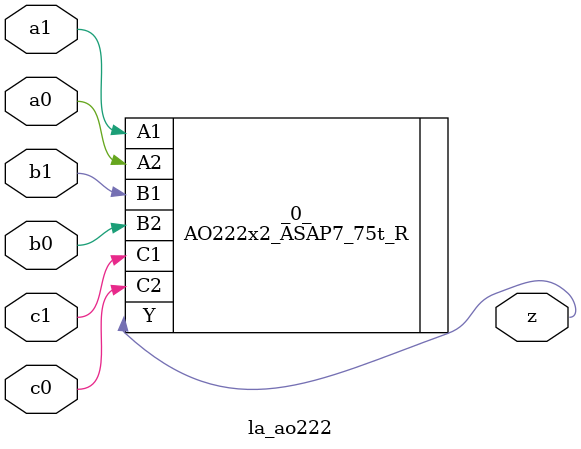
<source format=v>

/* Generated by Yosys 0.37 (git sha1 a5c7f69ed, clang 14.0.0-1ubuntu1.1 -fPIC -Os) */

module la_ao222(a0, a1, b0, b1, c0, c1, z);
  input a0;
  wire a0;
  input a1;
  wire a1;
  input b0;
  wire b0;
  input b1;
  wire b1;
  input c0;
  wire c0;
  input c1;
  wire c1;
  output z;
  wire z;
  AO222x2_ASAP7_75t_R _0_ (
    .A1(a1),
    .A2(a0),
    .B1(b1),
    .B2(b0),
    .C1(c1),
    .C2(c0),
    .Y(z)
  );
endmodule

</source>
